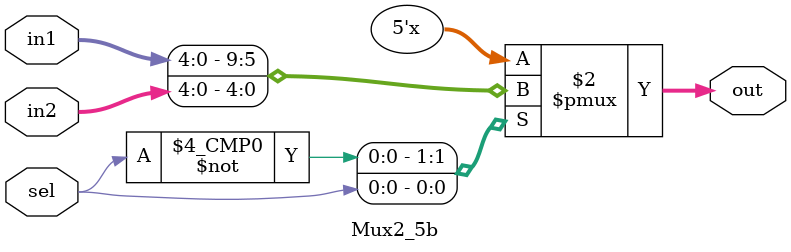
<source format=v>

module Mux2_5b( input [4:0] in1,in2,input sel,output reg [4:0] out); 

//assign out= (sel==0)? in1 : in2 ;
always@(*)
begin 

case(sel)
0:	out=in1 ;
1:	out= in2 ;

endcase

end

endmodule

</source>
